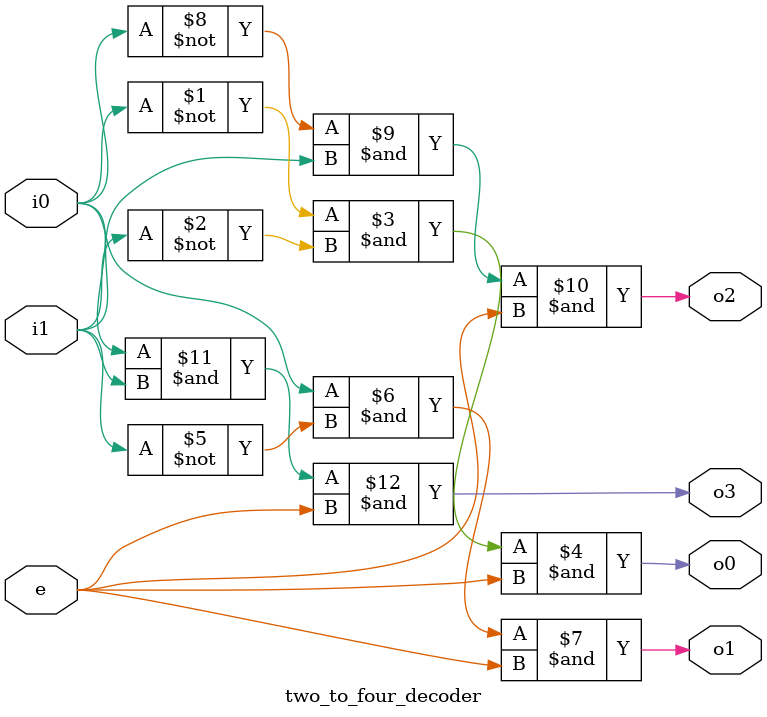
<source format=sv>
`timescale 1ns / 1ps
module two_to_four_decoder(
 input logic i0, i1, e,
 output logic o0, o1, o2, o3
);
    assign o0 = ~i0 & ~i1 & e;
    assign o1 = i0 & ~i1 & e;
    assign o2 = ~i0 & i1 & e;
    assign o3 = i0 & i1 & e;
endmodule 
</source>
